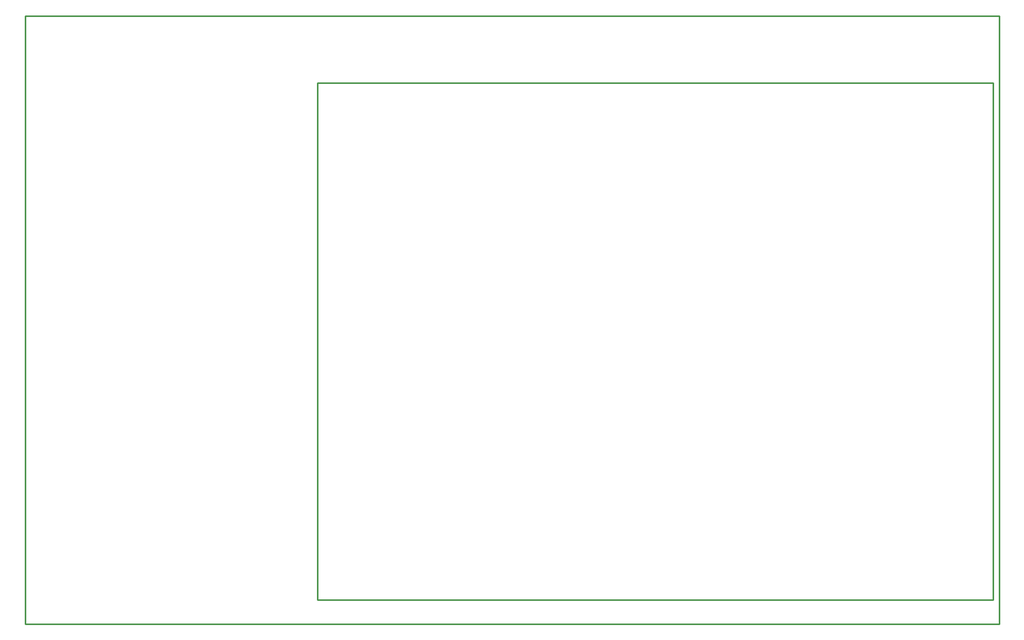
<source format=gbr>
G04 EAGLE Gerber RS-274X export*
G75*
%MOMM*%
%FSLAX34Y34*%
%LPD*%
%IN*%
%IPPOS*%
%AMOC8*
5,1,8,0,0,1.08239X$1,22.5*%
G01*
%ADD10C,0.254000*%


D10*
X0Y0D02*
X1600000Y0D01*
X1600000Y1000000D01*
X0Y1000000D01*
X0Y0D01*
X480000Y40000D02*
X1590000Y40000D01*
X1590000Y890000D01*
X480000Y890000D01*
X480000Y40000D01*
M02*

</source>
